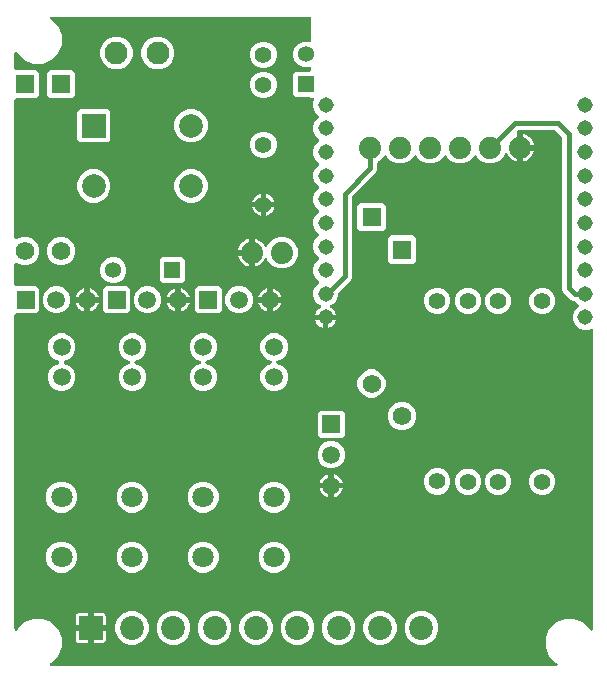
<source format=gbr>
G04 EAGLE Gerber RS-274X export*
G75*
%MOMM*%
%FSLAX34Y34*%
%LPD*%
%INTop Copper*%
%IPPOS*%
%AMOC8*
5,1,8,0,0,1.08239X$1,22.5*%
G01*
%ADD10R,2.010000X2.010000*%
%ADD11C,2.010000*%
%ADD12R,1.575000X1.575000*%
%ADD13C,1.575000*%
%ADD14C,1.950000*%
%ADD15R,2.025000X2.025000*%
%ADD16C,2.025000*%
%ADD17C,1.508000*%
%ADD18C,1.800000*%
%ADD19C,1.408000*%
%ADD20R,1.493000X1.493000*%
%ADD21C,1.493000*%
%ADD22C,1.308000*%
%ADD23R,1.358000X1.358000*%
%ADD24C,1.358000*%
%ADD25C,1.879600*%
%ADD26C,0.406400*%

G36*
X468902Y10169D02*
X468902Y10169D01*
X468972Y10168D01*
X469059Y10189D01*
X469148Y10201D01*
X469213Y10226D01*
X469281Y10243D01*
X469361Y10285D01*
X469444Y10318D01*
X469500Y10359D01*
X469562Y10391D01*
X469629Y10452D01*
X469701Y10504D01*
X469746Y10558D01*
X469798Y10605D01*
X469847Y10680D01*
X469904Y10749D01*
X469934Y10813D01*
X469972Y10871D01*
X470002Y10956D01*
X470040Y11037D01*
X470053Y11106D01*
X470076Y11172D01*
X470083Y11261D01*
X470100Y11349D01*
X470095Y11419D01*
X470101Y11489D01*
X470085Y11577D01*
X470080Y11667D01*
X470058Y11733D01*
X470046Y11802D01*
X470009Y11884D01*
X469982Y11969D01*
X469944Y12028D01*
X469916Y12092D01*
X469860Y12162D01*
X469812Y12238D01*
X469761Y12286D01*
X469717Y12340D01*
X469646Y12394D01*
X469580Y12456D01*
X469519Y12490D01*
X469463Y12532D01*
X469319Y12603D01*
X468580Y12909D01*
X462909Y18580D01*
X459839Y25990D01*
X459839Y34010D01*
X462909Y41420D01*
X468580Y47091D01*
X475990Y50161D01*
X484010Y50161D01*
X491420Y47091D01*
X497091Y41420D01*
X497397Y40681D01*
X497432Y40621D01*
X497458Y40556D01*
X497510Y40483D01*
X497555Y40405D01*
X497603Y40355D01*
X497644Y40299D01*
X497714Y40241D01*
X497776Y40177D01*
X497836Y40140D01*
X497889Y40096D01*
X497971Y40058D01*
X498047Y40011D01*
X498114Y39990D01*
X498177Y39960D01*
X498265Y39943D01*
X498351Y39917D01*
X498421Y39914D01*
X498490Y39900D01*
X498579Y39906D01*
X498669Y39902D01*
X498737Y39916D01*
X498807Y39920D01*
X498892Y39948D01*
X498980Y39966D01*
X499043Y39997D01*
X499109Y40018D01*
X499185Y40066D01*
X499266Y40106D01*
X499319Y40151D01*
X499378Y40188D01*
X499440Y40254D01*
X499508Y40312D01*
X499548Y40369D01*
X499596Y40420D01*
X499639Y40499D01*
X499691Y40572D01*
X499716Y40637D01*
X499750Y40699D01*
X499772Y40786D01*
X499804Y40869D01*
X499812Y40939D01*
X499829Y41006D01*
X499839Y41167D01*
X499839Y294361D01*
X499833Y294411D01*
X499835Y294460D01*
X499813Y294568D01*
X499799Y294677D01*
X499781Y294723D01*
X499771Y294772D01*
X499723Y294870D01*
X499682Y294972D01*
X499653Y295013D01*
X499631Y295057D01*
X499560Y295141D01*
X499496Y295230D01*
X499457Y295262D01*
X499425Y295299D01*
X499335Y295362D01*
X499251Y295433D01*
X499206Y295454D01*
X499165Y295482D01*
X499062Y295521D01*
X498963Y295568D01*
X498914Y295577D01*
X498868Y295595D01*
X498758Y295607D01*
X498651Y295628D01*
X498601Y295625D01*
X498552Y295630D01*
X498443Y295615D01*
X498333Y295608D01*
X498286Y295593D01*
X498237Y295586D01*
X498084Y295534D01*
X495649Y294525D01*
X491431Y294525D01*
X487533Y296140D01*
X484550Y299123D01*
X482935Y303021D01*
X482935Y307239D01*
X484550Y311137D01*
X487645Y314232D01*
X487718Y314327D01*
X487797Y314416D01*
X487815Y314452D01*
X487840Y314484D01*
X487887Y314593D01*
X487942Y314699D01*
X487950Y314738D01*
X487966Y314776D01*
X487985Y314893D01*
X488011Y315009D01*
X488010Y315050D01*
X488016Y315090D01*
X488005Y315208D01*
X488002Y315327D01*
X487990Y315366D01*
X487986Y315406D01*
X487946Y315519D01*
X487913Y315633D01*
X487893Y315667D01*
X487879Y315706D01*
X487812Y315804D01*
X487752Y315907D01*
X487712Y315952D01*
X487700Y315969D01*
X487685Y315982D01*
X487645Y316027D01*
X485011Y318662D01*
X484933Y318722D01*
X484861Y318790D01*
X484808Y318819D01*
X484760Y318856D01*
X484669Y318896D01*
X484582Y318944D01*
X484524Y318959D01*
X484468Y318983D01*
X484370Y318998D01*
X484274Y319023D01*
X484174Y319029D01*
X484154Y319033D01*
X484142Y319031D01*
X484114Y319033D01*
X483657Y319033D01*
X481416Y319961D01*
X474831Y326546D01*
X473903Y328787D01*
X473903Y456949D01*
X473891Y457047D01*
X473888Y457146D01*
X473881Y457169D01*
X473881Y457174D01*
X473871Y457204D01*
X473863Y457264D01*
X473827Y457357D01*
X473799Y457452D01*
X473769Y457504D01*
X473746Y457560D01*
X473688Y457640D01*
X473638Y457726D01*
X473572Y457801D01*
X473560Y457817D01*
X473550Y457825D01*
X473532Y457846D01*
X467846Y463532D01*
X467768Y463592D01*
X467696Y463660D01*
X467643Y463689D01*
X467595Y463726D01*
X467504Y463766D01*
X467418Y463814D01*
X467359Y463829D01*
X467303Y463853D01*
X467205Y463868D01*
X467110Y463893D01*
X467010Y463899D01*
X466989Y463903D01*
X466977Y463901D01*
X466949Y463903D01*
X437181Y463903D01*
X437083Y463891D01*
X436984Y463888D01*
X436926Y463871D01*
X436866Y463863D01*
X436773Y463827D01*
X436678Y463799D01*
X436626Y463769D01*
X436570Y463746D01*
X436490Y463688D01*
X436404Y463638D01*
X436329Y463572D01*
X436313Y463560D01*
X436305Y463550D01*
X436284Y463532D01*
X435609Y462857D01*
X435560Y462794D01*
X435504Y462738D01*
X435463Y462669D01*
X435414Y462606D01*
X435383Y462533D01*
X435342Y462464D01*
X435320Y462387D01*
X435288Y462314D01*
X435275Y462235D01*
X435253Y462159D01*
X435251Y462079D01*
X435238Y462000D01*
X435245Y461920D01*
X435243Y461841D01*
X435260Y461763D01*
X435268Y461683D01*
X435295Y461608D01*
X435312Y461530D01*
X435348Y461459D01*
X435375Y461384D01*
X435420Y461318D01*
X435456Y461247D01*
X435509Y461187D01*
X435554Y461121D01*
X435614Y461068D01*
X435666Y461008D01*
X435733Y460963D01*
X435792Y460910D01*
X435863Y460874D01*
X435881Y460862D01*
X435881Y450160D01*
X435896Y450042D01*
X435903Y449923D01*
X435916Y449885D01*
X435921Y449845D01*
X435964Y449734D01*
X436001Y449621D01*
X436023Y449587D01*
X436038Y449549D01*
X436108Y449453D01*
X436171Y449352D01*
X436201Y449324D01*
X436224Y449292D01*
X436316Y449216D01*
X436403Y449134D01*
X436438Y449115D01*
X436469Y449089D01*
X436577Y449038D01*
X436681Y448981D01*
X436721Y448970D01*
X436757Y448953D01*
X436874Y448931D01*
X436989Y448901D01*
X437050Y448897D01*
X437070Y448893D01*
X437090Y448895D01*
X437150Y448891D01*
X438421Y448891D01*
X438421Y448889D01*
X437150Y448889D01*
X437032Y448874D01*
X436913Y448867D01*
X436875Y448854D01*
X436834Y448849D01*
X436724Y448805D01*
X436611Y448769D01*
X436576Y448747D01*
X436539Y448732D01*
X436443Y448662D01*
X436342Y448599D01*
X436314Y448569D01*
X436281Y448545D01*
X436206Y448454D01*
X436124Y448367D01*
X436104Y448332D01*
X436079Y448300D01*
X436028Y448193D01*
X435970Y448088D01*
X435960Y448049D01*
X435943Y448013D01*
X435921Y447896D01*
X435891Y447781D01*
X435887Y447720D01*
X435883Y447700D01*
X435885Y447680D01*
X435881Y447620D01*
X435881Y437205D01*
X435624Y437245D01*
X433837Y437826D01*
X432163Y438679D01*
X430642Y439784D01*
X429314Y441112D01*
X428209Y442633D01*
X427689Y443653D01*
X427639Y443727D01*
X427597Y443807D01*
X427550Y443859D01*
X427510Y443917D01*
X427443Y443976D01*
X427383Y444042D01*
X427324Y444081D01*
X427272Y444127D01*
X427192Y444167D01*
X427117Y444217D01*
X427051Y444240D01*
X426988Y444271D01*
X426901Y444291D01*
X426816Y444320D01*
X426746Y444326D01*
X426678Y444341D01*
X426589Y444338D01*
X426499Y444345D01*
X426430Y444333D01*
X426360Y444331D01*
X426274Y444306D01*
X426186Y444291D01*
X426122Y444262D01*
X426055Y444242D01*
X425978Y444197D01*
X425896Y444160D01*
X425841Y444116D01*
X425781Y444081D01*
X425718Y444017D01*
X425648Y443962D01*
X425606Y443906D01*
X425556Y443856D01*
X425510Y443779D01*
X425456Y443708D01*
X425401Y443595D01*
X425394Y443582D01*
X425392Y443576D01*
X425385Y443563D01*
X424433Y441264D01*
X420646Y437477D01*
X415698Y435427D01*
X410342Y435427D01*
X405394Y437477D01*
X401607Y441264D01*
X401493Y441540D01*
X401424Y441661D01*
X401359Y441783D01*
X401345Y441798D01*
X401335Y441816D01*
X401238Y441916D01*
X401145Y442019D01*
X401128Y442030D01*
X401114Y442044D01*
X400996Y442117D01*
X400879Y442194D01*
X400860Y442200D01*
X400843Y442211D01*
X400710Y442252D01*
X400578Y442297D01*
X400558Y442298D01*
X400539Y442304D01*
X400400Y442311D01*
X400261Y442322D01*
X400241Y442318D01*
X400221Y442319D01*
X400085Y442291D01*
X399948Y442267D01*
X399929Y442259D01*
X399910Y442255D01*
X399784Y442194D01*
X399658Y442137D01*
X399642Y442124D01*
X399624Y442115D01*
X399518Y442025D01*
X399409Y441938D01*
X399397Y441922D01*
X399382Y441909D01*
X399301Y441795D01*
X399218Y441684D01*
X399206Y441659D01*
X399199Y441649D01*
X399192Y441630D01*
X399147Y441540D01*
X399033Y441264D01*
X395246Y437477D01*
X390298Y435427D01*
X384942Y435427D01*
X379994Y437477D01*
X376207Y441264D01*
X376093Y441540D01*
X376024Y441661D01*
X375959Y441783D01*
X375945Y441798D01*
X375935Y441816D01*
X375838Y441916D01*
X375745Y442019D01*
X375728Y442030D01*
X375714Y442044D01*
X375596Y442117D01*
X375479Y442194D01*
X375460Y442200D01*
X375443Y442211D01*
X375310Y442252D01*
X375178Y442297D01*
X375158Y442298D01*
X375139Y442304D01*
X375000Y442311D01*
X374861Y442322D01*
X374841Y442318D01*
X374821Y442319D01*
X374685Y442291D01*
X374548Y442267D01*
X374529Y442259D01*
X374510Y442255D01*
X374384Y442194D01*
X374258Y442137D01*
X374242Y442124D01*
X374224Y442115D01*
X374118Y442025D01*
X374009Y441938D01*
X373997Y441922D01*
X373982Y441909D01*
X373901Y441795D01*
X373818Y441684D01*
X373806Y441659D01*
X373799Y441649D01*
X373792Y441630D01*
X373747Y441540D01*
X373633Y441264D01*
X369846Y437477D01*
X364898Y435427D01*
X359542Y435427D01*
X354594Y437477D01*
X350807Y441264D01*
X350693Y441540D01*
X350624Y441661D01*
X350559Y441783D01*
X350545Y441798D01*
X350535Y441816D01*
X350438Y441916D01*
X350345Y442019D01*
X350328Y442030D01*
X350314Y442044D01*
X350196Y442117D01*
X350079Y442194D01*
X350060Y442200D01*
X350043Y442211D01*
X349910Y442252D01*
X349778Y442297D01*
X349758Y442298D01*
X349739Y442304D01*
X349600Y442311D01*
X349461Y442322D01*
X349441Y442318D01*
X349421Y442319D01*
X349285Y442291D01*
X349148Y442267D01*
X349129Y442259D01*
X349110Y442255D01*
X348984Y442194D01*
X348858Y442137D01*
X348842Y442124D01*
X348824Y442115D01*
X348718Y442025D01*
X348609Y441938D01*
X348597Y441922D01*
X348582Y441909D01*
X348501Y441795D01*
X348418Y441684D01*
X348406Y441659D01*
X348399Y441649D01*
X348392Y441630D01*
X348347Y441540D01*
X348233Y441264D01*
X344446Y437477D01*
X339498Y435427D01*
X334142Y435427D01*
X329194Y437477D01*
X325407Y441264D01*
X325293Y441540D01*
X325224Y441661D01*
X325159Y441783D01*
X325145Y441798D01*
X325135Y441816D01*
X325038Y441916D01*
X324945Y442019D01*
X324928Y442030D01*
X324914Y442044D01*
X324796Y442117D01*
X324679Y442194D01*
X324660Y442200D01*
X324643Y442211D01*
X324510Y442252D01*
X324378Y442297D01*
X324358Y442298D01*
X324339Y442304D01*
X324200Y442311D01*
X324061Y442322D01*
X324041Y442318D01*
X324021Y442319D01*
X323885Y442291D01*
X323748Y442267D01*
X323729Y442259D01*
X323710Y442255D01*
X323584Y442194D01*
X323458Y442137D01*
X323442Y442124D01*
X323424Y442115D01*
X323318Y442025D01*
X323209Y441938D01*
X323197Y441922D01*
X323182Y441909D01*
X323101Y441795D01*
X323018Y441684D01*
X323006Y441659D01*
X322999Y441649D01*
X322992Y441630D01*
X322947Y441540D01*
X322833Y441264D01*
X319046Y437477D01*
X318300Y437168D01*
X318275Y437153D01*
X318247Y437144D01*
X318137Y437075D01*
X318024Y437010D01*
X318003Y436990D01*
X317978Y436974D01*
X317889Y436879D01*
X317796Y436789D01*
X317780Y436764D01*
X317760Y436742D01*
X317697Y436629D01*
X317629Y436518D01*
X317621Y436490D01*
X317606Y436464D01*
X317574Y436338D01*
X317536Y436214D01*
X317534Y436185D01*
X317527Y436156D01*
X317517Y435995D01*
X317517Y430207D01*
X316589Y427966D01*
X296468Y407846D01*
X296408Y407768D01*
X296340Y407696D01*
X296311Y407643D01*
X296274Y407595D01*
X296234Y407504D01*
X296186Y407418D01*
X296171Y407359D01*
X296147Y407303D01*
X296132Y407205D01*
X296107Y407110D01*
X296101Y407010D01*
X296097Y406989D01*
X296099Y406977D01*
X296097Y406949D01*
X296097Y338787D01*
X295169Y336546D01*
X284516Y325894D01*
X284456Y325816D01*
X284388Y325744D01*
X284359Y325691D01*
X284322Y325643D01*
X284282Y325552D01*
X284234Y325466D01*
X284219Y325407D01*
X284195Y325351D01*
X284180Y325253D01*
X284155Y325158D01*
X284149Y325058D01*
X284145Y325037D01*
X284147Y325025D01*
X284145Y324997D01*
X284145Y323021D01*
X282530Y319123D01*
X279547Y316140D01*
X277892Y315454D01*
X277814Y315410D01*
X277732Y315374D01*
X277676Y315331D01*
X277615Y315296D01*
X277551Y315234D01*
X277480Y315179D01*
X277437Y315124D01*
X277387Y315075D01*
X277340Y314999D01*
X277285Y314928D01*
X277257Y314864D01*
X277221Y314804D01*
X277194Y314719D01*
X277159Y314636D01*
X277148Y314567D01*
X277127Y314500D01*
X277123Y314411D01*
X277109Y314322D01*
X277115Y314252D01*
X277112Y314182D01*
X277130Y314095D01*
X277138Y314006D01*
X277162Y313940D01*
X277176Y313871D01*
X277216Y313790D01*
X277246Y313706D01*
X277285Y313648D01*
X277316Y313585D01*
X277374Y313517D01*
X277424Y313443D01*
X277477Y313397D01*
X277522Y313343D01*
X277596Y313292D01*
X277663Y313232D01*
X277770Y313169D01*
X277782Y313160D01*
X277789Y313158D01*
X277801Y313150D01*
X278299Y312897D01*
X279456Y312056D01*
X280466Y311046D01*
X281307Y309889D01*
X281955Y308616D01*
X282397Y307256D01*
X282417Y307129D01*
X274270Y307129D01*
X274152Y307114D01*
X274033Y307107D01*
X273995Y307094D01*
X273955Y307089D01*
X273844Y307046D01*
X273731Y307009D01*
X273697Y306987D01*
X273659Y306972D01*
X273563Y306903D01*
X273546Y306892D01*
X273522Y306906D01*
X273490Y306931D01*
X273383Y306982D01*
X273278Y307040D01*
X273239Y307050D01*
X273203Y307067D01*
X273086Y307089D01*
X272970Y307119D01*
X272910Y307123D01*
X272890Y307127D01*
X272870Y307125D01*
X272810Y307129D01*
X264663Y307129D01*
X264683Y307256D01*
X265125Y308616D01*
X265773Y309889D01*
X266614Y311046D01*
X267624Y312056D01*
X268781Y312897D01*
X269279Y313150D01*
X269353Y313201D01*
X269432Y313243D01*
X269484Y313290D01*
X269542Y313329D01*
X269601Y313396D01*
X269667Y313457D01*
X269706Y313515D01*
X269752Y313568D01*
X269793Y313647D01*
X269842Y313722D01*
X269865Y313789D01*
X269897Y313851D01*
X269916Y313938D01*
X269945Y314023D01*
X269951Y314093D01*
X269966Y314161D01*
X269964Y314251D01*
X269971Y314340D01*
X269959Y314409D01*
X269956Y314479D01*
X269932Y314565D01*
X269916Y314653D01*
X269887Y314717D01*
X269868Y314785D01*
X269822Y314862D01*
X269786Y314943D01*
X269742Y314998D01*
X269706Y315059D01*
X269643Y315122D01*
X269587Y315192D01*
X269531Y315234D01*
X269482Y315284D01*
X269405Y315329D01*
X269333Y315383D01*
X269221Y315438D01*
X269208Y315446D01*
X269201Y315448D01*
X269188Y315454D01*
X267533Y316140D01*
X264550Y319123D01*
X262935Y323021D01*
X262935Y327239D01*
X264550Y331137D01*
X267645Y334233D01*
X267718Y334327D01*
X267797Y334416D01*
X267815Y334452D01*
X267840Y334484D01*
X267887Y334593D01*
X267942Y334699D01*
X267950Y334738D01*
X267966Y334776D01*
X267985Y334893D01*
X268011Y335009D01*
X268010Y335050D01*
X268016Y335090D01*
X268005Y335208D01*
X268002Y335327D01*
X267990Y335366D01*
X267986Y335406D01*
X267946Y335519D01*
X267913Y335633D01*
X267893Y335668D01*
X267879Y335706D01*
X267812Y335804D01*
X267752Y335907D01*
X267712Y335952D01*
X267700Y335969D01*
X267685Y335982D01*
X267645Y336028D01*
X264550Y339123D01*
X262935Y343021D01*
X262935Y347239D01*
X264550Y351137D01*
X267645Y354233D01*
X267718Y354327D01*
X267797Y354416D01*
X267815Y354452D01*
X267840Y354484D01*
X267887Y354593D01*
X267942Y354699D01*
X267950Y354738D01*
X267966Y354776D01*
X267985Y354893D01*
X268011Y355009D01*
X268010Y355050D01*
X268016Y355090D01*
X268005Y355208D01*
X268002Y355327D01*
X267990Y355366D01*
X267986Y355406D01*
X267946Y355519D01*
X267913Y355633D01*
X267893Y355668D01*
X267879Y355706D01*
X267812Y355804D01*
X267752Y355907D01*
X267712Y355952D01*
X267700Y355969D01*
X267685Y355982D01*
X267645Y356028D01*
X264550Y359123D01*
X262935Y363021D01*
X262935Y367239D01*
X264550Y371137D01*
X267645Y374233D01*
X267718Y374327D01*
X267797Y374416D01*
X267815Y374452D01*
X267840Y374484D01*
X267887Y374593D01*
X267942Y374699D01*
X267950Y374738D01*
X267966Y374776D01*
X267985Y374893D01*
X268011Y375009D01*
X268010Y375050D01*
X268016Y375090D01*
X268005Y375208D01*
X268002Y375327D01*
X267990Y375366D01*
X267986Y375406D01*
X267946Y375519D01*
X267913Y375633D01*
X267893Y375668D01*
X267879Y375706D01*
X267812Y375804D01*
X267752Y375907D01*
X267712Y375952D01*
X267700Y375969D01*
X267685Y375982D01*
X267645Y376028D01*
X264550Y379123D01*
X262935Y383021D01*
X262935Y387239D01*
X264550Y391137D01*
X267645Y394233D01*
X267718Y394327D01*
X267797Y394416D01*
X267815Y394452D01*
X267840Y394484D01*
X267887Y394593D01*
X267942Y394699D01*
X267950Y394738D01*
X267966Y394776D01*
X267985Y394893D01*
X268011Y395009D01*
X268010Y395050D01*
X268016Y395090D01*
X268005Y395208D01*
X268002Y395327D01*
X267990Y395366D01*
X267986Y395406D01*
X267946Y395519D01*
X267913Y395633D01*
X267893Y395668D01*
X267879Y395706D01*
X267812Y395804D01*
X267752Y395907D01*
X267712Y395952D01*
X267700Y395969D01*
X267685Y395982D01*
X267645Y396028D01*
X264550Y399123D01*
X262935Y403021D01*
X262935Y407239D01*
X264550Y411137D01*
X267645Y414233D01*
X267718Y414327D01*
X267797Y414416D01*
X267815Y414452D01*
X267840Y414484D01*
X267887Y414593D01*
X267942Y414699D01*
X267950Y414738D01*
X267966Y414776D01*
X267985Y414893D01*
X268011Y415009D01*
X268010Y415050D01*
X268016Y415090D01*
X268005Y415208D01*
X268002Y415327D01*
X267990Y415366D01*
X267986Y415406D01*
X267946Y415519D01*
X267913Y415633D01*
X267893Y415668D01*
X267879Y415706D01*
X267812Y415804D01*
X267752Y415907D01*
X267712Y415952D01*
X267700Y415969D01*
X267685Y415982D01*
X267645Y416028D01*
X264550Y419123D01*
X262935Y423021D01*
X262935Y427239D01*
X264550Y431137D01*
X267645Y434233D01*
X267718Y434327D01*
X267797Y434416D01*
X267815Y434452D01*
X267840Y434484D01*
X267887Y434593D01*
X267942Y434699D01*
X267950Y434738D01*
X267966Y434776D01*
X267985Y434893D01*
X268011Y435009D01*
X268010Y435050D01*
X268016Y435090D01*
X268005Y435208D01*
X268002Y435327D01*
X267990Y435366D01*
X267986Y435406D01*
X267946Y435519D01*
X267913Y435633D01*
X267893Y435668D01*
X267879Y435706D01*
X267812Y435804D01*
X267752Y435907D01*
X267712Y435952D01*
X267700Y435969D01*
X267685Y435982D01*
X267645Y436028D01*
X264550Y439123D01*
X262935Y443021D01*
X262935Y447239D01*
X264550Y451137D01*
X267645Y454233D01*
X267718Y454327D01*
X267797Y454416D01*
X267815Y454452D01*
X267840Y454484D01*
X267887Y454593D01*
X267942Y454699D01*
X267950Y454738D01*
X267966Y454776D01*
X267985Y454893D01*
X268011Y455009D01*
X268010Y455050D01*
X268016Y455090D01*
X268005Y455208D01*
X268002Y455327D01*
X267990Y455366D01*
X267986Y455406D01*
X267946Y455519D01*
X267913Y455633D01*
X267893Y455667D01*
X267879Y455706D01*
X267812Y455804D01*
X267752Y455907D01*
X267712Y455952D01*
X267700Y455969D01*
X267685Y455982D01*
X267645Y456028D01*
X264550Y459123D01*
X262935Y463021D01*
X262935Y467239D01*
X264550Y471137D01*
X267645Y474233D01*
X267718Y474327D01*
X267797Y474416D01*
X267815Y474452D01*
X267840Y474484D01*
X267887Y474593D01*
X267942Y474699D01*
X267950Y474738D01*
X267966Y474776D01*
X267985Y474893D01*
X268011Y475009D01*
X268010Y475050D01*
X268016Y475090D01*
X268005Y475208D01*
X268002Y475327D01*
X267990Y475366D01*
X267986Y475406D01*
X267946Y475519D01*
X267913Y475633D01*
X267893Y475668D01*
X267879Y475706D01*
X267812Y475804D01*
X267752Y475907D01*
X267712Y475952D01*
X267700Y475969D01*
X267685Y475982D01*
X267645Y476028D01*
X264550Y479123D01*
X262935Y483021D01*
X262935Y487239D01*
X263878Y489514D01*
X263886Y489544D01*
X263886Y489545D01*
X263891Y489562D01*
X263912Y489607D01*
X263932Y489715D01*
X263961Y489821D01*
X263962Y489871D01*
X263972Y489920D01*
X263965Y490029D01*
X263967Y490139D01*
X263955Y490187D01*
X263952Y490237D01*
X263918Y490341D01*
X263892Y490448D01*
X263869Y490492D01*
X263854Y490539D01*
X263795Y490632D01*
X263744Y490729D01*
X263710Y490766D01*
X263684Y490808D01*
X263604Y490883D01*
X263530Y490965D01*
X263488Y490992D01*
X263452Y491026D01*
X263356Y491079D01*
X263264Y491139D01*
X263217Y491156D01*
X263174Y491180D01*
X263067Y491207D01*
X262963Y491243D01*
X262914Y491247D01*
X262866Y491259D01*
X262705Y491269D01*
X260677Y491269D01*
X260573Y491318D01*
X260469Y491376D01*
X260429Y491386D01*
X260393Y491403D01*
X260276Y491425D01*
X260161Y491455D01*
X260101Y491459D01*
X260081Y491463D01*
X260060Y491461D01*
X260000Y491465D01*
X248526Y491465D01*
X246145Y493846D01*
X246145Y510794D01*
X248526Y513175D01*
X260000Y513175D01*
X260118Y513190D01*
X260237Y513197D01*
X260275Y513210D01*
X260316Y513215D01*
X260426Y513258D01*
X260539Y513295D01*
X260574Y513317D01*
X260611Y513332D01*
X260707Y513401D01*
X260808Y513465D01*
X260836Y513495D01*
X260869Y513518D01*
X260945Y513610D01*
X261026Y513697D01*
X261046Y513732D01*
X261071Y513763D01*
X261122Y513871D01*
X261180Y513975D01*
X261190Y514015D01*
X261207Y514051D01*
X261229Y514168D01*
X261259Y514283D01*
X261263Y514343D01*
X261267Y514363D01*
X261265Y514384D01*
X261269Y514444D01*
X261269Y515840D01*
X261263Y515889D01*
X261265Y515939D01*
X261243Y516046D01*
X261229Y516155D01*
X261211Y516201D01*
X261201Y516250D01*
X261153Y516349D01*
X261112Y516451D01*
X261083Y516491D01*
X261061Y516536D01*
X260990Y516619D01*
X260926Y516708D01*
X260887Y516740D01*
X260855Y516778D01*
X260765Y516841D01*
X260681Y516911D01*
X260636Y516932D01*
X260595Y516961D01*
X260492Y517000D01*
X260393Y517047D01*
X260344Y517056D01*
X260298Y517074D01*
X260188Y517086D01*
X260081Y517106D01*
X260031Y517103D01*
X259982Y517109D01*
X259873Y517093D01*
X259763Y517087D01*
X259716Y517071D01*
X259667Y517064D01*
X259514Y517012D01*
X259159Y516865D01*
X254841Y516865D01*
X250851Y518518D01*
X247798Y521571D01*
X246145Y525561D01*
X246145Y529879D01*
X247798Y533869D01*
X250851Y536922D01*
X254841Y538575D01*
X259159Y538575D01*
X259514Y538428D01*
X259562Y538415D01*
X259607Y538393D01*
X259715Y538373D01*
X259821Y538344D01*
X259871Y538343D01*
X259919Y538334D01*
X260029Y538340D01*
X260139Y538339D01*
X260187Y538350D01*
X260237Y538353D01*
X260341Y538387D01*
X260448Y538413D01*
X260492Y538436D01*
X260539Y538451D01*
X260632Y538510D01*
X260729Y538562D01*
X260766Y538595D01*
X260808Y538622D01*
X260883Y538702D01*
X260965Y538775D01*
X260992Y538817D01*
X261026Y538853D01*
X261079Y538949D01*
X261139Y539041D01*
X261156Y539088D01*
X261180Y539132D01*
X261207Y539238D01*
X261243Y539342D01*
X261247Y539392D01*
X261259Y539440D01*
X261269Y539600D01*
X261269Y558570D01*
X261254Y558688D01*
X261247Y558807D01*
X261234Y558845D01*
X261229Y558886D01*
X261186Y558996D01*
X261149Y559109D01*
X261127Y559144D01*
X261112Y559181D01*
X261042Y559277D01*
X260979Y559378D01*
X260949Y559406D01*
X260926Y559439D01*
X260834Y559515D01*
X260747Y559596D01*
X260712Y559616D01*
X260681Y559641D01*
X260573Y559692D01*
X260469Y559750D01*
X260429Y559760D01*
X260393Y559777D01*
X260276Y559799D01*
X260161Y559829D01*
X260100Y559833D01*
X260080Y559837D01*
X260060Y559835D01*
X260000Y559839D01*
X41167Y559839D01*
X41098Y559831D01*
X41028Y559832D01*
X40941Y559811D01*
X40852Y559799D01*
X40787Y559774D01*
X40719Y559757D01*
X40639Y559715D01*
X40556Y559682D01*
X40499Y559641D01*
X40438Y559609D01*
X40371Y559548D01*
X40299Y559496D01*
X40254Y559442D01*
X40202Y559395D01*
X40153Y559320D01*
X40096Y559251D01*
X40066Y559187D01*
X40028Y559129D01*
X39999Y559044D01*
X39960Y558963D01*
X39947Y558894D01*
X39924Y558828D01*
X39917Y558739D01*
X39900Y558651D01*
X39905Y558581D01*
X39899Y558511D01*
X39915Y558423D01*
X39920Y558333D01*
X39942Y558267D01*
X39954Y558198D01*
X39991Y558116D01*
X40018Y558031D01*
X40056Y557972D01*
X40084Y557908D01*
X40140Y557838D01*
X40188Y557762D01*
X40239Y557714D01*
X40283Y557660D01*
X40355Y557606D01*
X40420Y557544D01*
X40481Y557510D01*
X40537Y557468D01*
X40681Y557397D01*
X41420Y557091D01*
X47091Y551420D01*
X50161Y544010D01*
X50161Y535990D01*
X47091Y528580D01*
X41420Y522909D01*
X34010Y519839D01*
X25990Y519839D01*
X18580Y522909D01*
X12909Y528580D01*
X12603Y529319D01*
X12568Y529379D01*
X12542Y529444D01*
X12490Y529517D01*
X12445Y529595D01*
X12397Y529645D01*
X12356Y529701D01*
X12286Y529759D01*
X12224Y529823D01*
X12164Y529860D01*
X12111Y529904D01*
X12029Y529942D01*
X11953Y529989D01*
X11886Y530010D01*
X11823Y530040D01*
X11735Y530057D01*
X11649Y530083D01*
X11579Y530086D01*
X11510Y530100D01*
X11421Y530094D01*
X11331Y530098D01*
X11263Y530084D01*
X11193Y530080D01*
X11108Y530052D01*
X11020Y530034D01*
X10957Y530003D01*
X10891Y529982D01*
X10815Y529934D01*
X10734Y529894D01*
X10681Y529849D01*
X10622Y529812D01*
X10560Y529746D01*
X10492Y529688D01*
X10452Y529631D01*
X10404Y529580D01*
X10360Y529501D01*
X10309Y529428D01*
X10284Y529363D01*
X10250Y529301D01*
X10228Y529214D01*
X10196Y529130D01*
X10188Y529061D01*
X10171Y528994D01*
X10161Y528833D01*
X10161Y515609D01*
X10176Y515491D01*
X10183Y515372D01*
X10196Y515334D01*
X10201Y515293D01*
X10244Y515183D01*
X10281Y515070D01*
X10303Y515035D01*
X10318Y514998D01*
X10387Y514902D01*
X10451Y514801D01*
X10481Y514773D01*
X10504Y514740D01*
X10596Y514664D01*
X10683Y514583D01*
X10718Y514563D01*
X10749Y514538D01*
X10857Y514487D01*
X10961Y514429D01*
X11001Y514419D01*
X11037Y514402D01*
X11154Y514380D01*
X11269Y514350D01*
X11329Y514346D01*
X11349Y514342D01*
X11370Y514344D01*
X11430Y514340D01*
X28389Y514340D01*
X30770Y511959D01*
X30770Y492841D01*
X28389Y490460D01*
X11430Y490460D01*
X11312Y490445D01*
X11193Y490438D01*
X11155Y490425D01*
X11114Y490420D01*
X11004Y490377D01*
X10891Y490340D01*
X10856Y490318D01*
X10819Y490303D01*
X10723Y490234D01*
X10622Y490170D01*
X10594Y490140D01*
X10561Y490117D01*
X10485Y490025D01*
X10404Y489938D01*
X10384Y489903D01*
X10359Y489872D01*
X10308Y489764D01*
X10250Y489660D01*
X10240Y489620D01*
X10223Y489584D01*
X10201Y489467D01*
X10171Y489352D01*
X10167Y489292D01*
X10163Y489272D01*
X10165Y489251D01*
X10161Y489191D01*
X10161Y372632D01*
X10167Y372583D01*
X10165Y372533D01*
X10187Y372426D01*
X10201Y372317D01*
X10219Y372270D01*
X10229Y372222D01*
X10277Y372123D01*
X10318Y372021D01*
X10347Y371981D01*
X10369Y371936D01*
X10440Y371852D01*
X10504Y371764D01*
X10543Y371732D01*
X10575Y371694D01*
X10665Y371631D01*
X10749Y371561D01*
X10794Y371540D01*
X10835Y371511D01*
X10938Y371472D01*
X11037Y371425D01*
X11086Y371416D01*
X11132Y371398D01*
X11242Y371386D01*
X11349Y371365D01*
X11399Y371369D01*
X11448Y371363D01*
X11557Y371378D01*
X11667Y371385D01*
X11714Y371400D01*
X11763Y371407D01*
X11916Y371459D01*
X16455Y373340D01*
X21205Y373340D01*
X25593Y371522D01*
X28952Y368163D01*
X30770Y363775D01*
X30770Y359025D01*
X28952Y354637D01*
X25593Y351278D01*
X21205Y349460D01*
X16455Y349460D01*
X11916Y351341D01*
X11868Y351354D01*
X11823Y351375D01*
X11715Y351395D01*
X11609Y351424D01*
X11559Y351425D01*
X11510Y351435D01*
X11401Y351428D01*
X11291Y351430D01*
X11243Y351418D01*
X11193Y351415D01*
X11089Y351381D01*
X10982Y351355D01*
X10938Y351332D01*
X10891Y351317D01*
X10798Y351258D01*
X10701Y351207D01*
X10664Y351173D01*
X10622Y351147D01*
X10547Y351067D01*
X10465Y350993D01*
X10438Y350951D01*
X10404Y350915D01*
X10351Y350819D01*
X10291Y350727D01*
X10274Y350680D01*
X10250Y350637D01*
X10223Y350530D01*
X10187Y350426D01*
X10183Y350377D01*
X10171Y350329D01*
X10161Y350168D01*
X10161Y332799D01*
X10176Y332681D01*
X10183Y332562D01*
X10196Y332524D01*
X10201Y332483D01*
X10244Y332373D01*
X10281Y332260D01*
X10303Y332225D01*
X10318Y332188D01*
X10387Y332092D01*
X10451Y331991D01*
X10481Y331963D01*
X10504Y331930D01*
X10596Y331854D01*
X10683Y331773D01*
X10718Y331753D01*
X10749Y331728D01*
X10857Y331677D01*
X10961Y331619D01*
X11001Y331609D01*
X11037Y331592D01*
X11154Y331570D01*
X11269Y331540D01*
X11329Y331536D01*
X11349Y331532D01*
X11370Y331534D01*
X11430Y331530D01*
X28729Y331530D01*
X31110Y329149D01*
X31110Y310851D01*
X28729Y308470D01*
X11430Y308470D01*
X11312Y308455D01*
X11193Y308448D01*
X11155Y308435D01*
X11114Y308430D01*
X11004Y308387D01*
X10891Y308350D01*
X10856Y308328D01*
X10819Y308313D01*
X10723Y308244D01*
X10622Y308180D01*
X10594Y308150D01*
X10561Y308127D01*
X10485Y308035D01*
X10404Y307948D01*
X10384Y307913D01*
X10359Y307882D01*
X10308Y307774D01*
X10250Y307670D01*
X10240Y307630D01*
X10223Y307594D01*
X10201Y307477D01*
X10171Y307362D01*
X10167Y307302D01*
X10163Y307282D01*
X10165Y307261D01*
X10164Y307248D01*
X10163Y307246D01*
X10163Y307243D01*
X10161Y307201D01*
X10161Y41167D01*
X10169Y41098D01*
X10168Y41028D01*
X10189Y40941D01*
X10201Y40852D01*
X10226Y40787D01*
X10243Y40719D01*
X10285Y40639D01*
X10318Y40556D01*
X10359Y40499D01*
X10391Y40438D01*
X10452Y40371D01*
X10504Y40299D01*
X10558Y40254D01*
X10605Y40202D01*
X10680Y40153D01*
X10749Y40096D01*
X10813Y40066D01*
X10871Y40028D01*
X10956Y39999D01*
X11037Y39960D01*
X11106Y39947D01*
X11172Y39924D01*
X11261Y39917D01*
X11349Y39900D01*
X11419Y39905D01*
X11489Y39899D01*
X11577Y39915D01*
X11667Y39920D01*
X11733Y39942D01*
X11802Y39954D01*
X11884Y39991D01*
X11969Y40018D01*
X12028Y40056D01*
X12092Y40084D01*
X12162Y40140D01*
X12238Y40188D01*
X12286Y40239D01*
X12340Y40283D01*
X12394Y40355D01*
X12456Y40420D01*
X12490Y40481D01*
X12532Y40537D01*
X12603Y40681D01*
X12909Y41420D01*
X18580Y47091D01*
X25990Y50161D01*
X34010Y50161D01*
X41420Y47091D01*
X47091Y41420D01*
X50161Y34010D01*
X50161Y25990D01*
X47091Y18580D01*
X41420Y12909D01*
X40681Y12603D01*
X40621Y12568D01*
X40556Y12542D01*
X40483Y12490D01*
X40405Y12445D01*
X40355Y12397D01*
X40299Y12356D01*
X40241Y12286D01*
X40177Y12224D01*
X40140Y12164D01*
X40096Y12111D01*
X40058Y12029D01*
X40011Y11953D01*
X39990Y11886D01*
X39960Y11823D01*
X39943Y11735D01*
X39917Y11649D01*
X39914Y11579D01*
X39900Y11510D01*
X39906Y11421D01*
X39902Y11331D01*
X39916Y11263D01*
X39920Y11193D01*
X39948Y11108D01*
X39966Y11020D01*
X39997Y10957D01*
X40018Y10891D01*
X40066Y10815D01*
X40106Y10734D01*
X40151Y10681D01*
X40188Y10622D01*
X40254Y10560D01*
X40312Y10492D01*
X40369Y10452D01*
X40420Y10404D01*
X40499Y10361D01*
X40572Y10309D01*
X40637Y10284D01*
X40699Y10250D01*
X40786Y10228D01*
X40869Y10196D01*
X40939Y10188D01*
X41006Y10171D01*
X41167Y10161D01*
X468833Y10161D01*
X468902Y10169D01*
G37*
%LPC*%
G36*
X47692Y242875D02*
X47692Y242875D01*
X43426Y244642D01*
X40162Y247906D01*
X38395Y252172D01*
X38395Y256788D01*
X40162Y261054D01*
X43426Y264318D01*
X47505Y266007D01*
X47626Y266076D01*
X47749Y266141D01*
X47764Y266155D01*
X47781Y266165D01*
X47881Y266262D01*
X47984Y266355D01*
X47995Y266372D01*
X48010Y266386D01*
X48082Y266505D01*
X48159Y266621D01*
X48165Y266640D01*
X48176Y266657D01*
X48217Y266790D01*
X48262Y266922D01*
X48263Y266942D01*
X48269Y266961D01*
X48276Y267100D01*
X48287Y267239D01*
X48284Y267259D01*
X48285Y267279D01*
X48257Y267415D01*
X48233Y267552D01*
X48224Y267571D01*
X48220Y267590D01*
X48159Y267716D01*
X48102Y267842D01*
X48089Y267858D01*
X48081Y267876D01*
X47990Y267982D01*
X47904Y268090D01*
X47887Y268103D01*
X47874Y268118D01*
X47760Y268198D01*
X47649Y268282D01*
X47624Y268294D01*
X47614Y268301D01*
X47595Y268308D01*
X47505Y268353D01*
X43426Y270042D01*
X40162Y273306D01*
X38395Y277572D01*
X38395Y282188D01*
X40162Y286454D01*
X43426Y289718D01*
X47692Y291485D01*
X52308Y291485D01*
X56574Y289718D01*
X59838Y286454D01*
X61605Y282188D01*
X61605Y277572D01*
X59838Y273306D01*
X56574Y270042D01*
X52495Y268353D01*
X52375Y268284D01*
X52251Y268219D01*
X52236Y268205D01*
X52219Y268195D01*
X52119Y268098D01*
X52016Y268005D01*
X52005Y267988D01*
X51990Y267974D01*
X51918Y267856D01*
X51841Y267739D01*
X51835Y267720D01*
X51824Y267703D01*
X51783Y267570D01*
X51738Y267438D01*
X51737Y267418D01*
X51731Y267399D01*
X51724Y267260D01*
X51713Y267121D01*
X51716Y267101D01*
X51715Y267081D01*
X51743Y266945D01*
X51767Y266808D01*
X51776Y266790D01*
X51780Y266770D01*
X51841Y266644D01*
X51898Y266518D01*
X51911Y266502D01*
X51919Y266484D01*
X52010Y266378D01*
X52096Y266270D01*
X52113Y266257D01*
X52126Y266242D01*
X52240Y266162D01*
X52351Y266078D01*
X52376Y266066D01*
X52386Y266059D01*
X52405Y266052D01*
X52495Y266007D01*
X56574Y264318D01*
X59838Y261054D01*
X61605Y256788D01*
X61605Y252172D01*
X59838Y247906D01*
X56574Y244642D01*
X52308Y242875D01*
X47692Y242875D01*
G37*
%LPD*%
%LPC*%
G36*
X167692Y242875D02*
X167692Y242875D01*
X163426Y244642D01*
X160162Y247906D01*
X158395Y252172D01*
X158395Y256788D01*
X160162Y261054D01*
X163426Y264318D01*
X167505Y266007D01*
X167626Y266076D01*
X167749Y266141D01*
X167764Y266155D01*
X167781Y266165D01*
X167881Y266262D01*
X167984Y266355D01*
X167995Y266372D01*
X168010Y266386D01*
X168083Y266505D01*
X168159Y266621D01*
X168165Y266640D01*
X168176Y266657D01*
X168217Y266790D01*
X168262Y266922D01*
X168263Y266942D01*
X168269Y266961D01*
X168276Y267100D01*
X168287Y267239D01*
X168284Y267259D01*
X168285Y267279D01*
X168256Y267415D01*
X168233Y267552D01*
X168224Y267571D01*
X168220Y267590D01*
X168159Y267716D01*
X168102Y267842D01*
X168090Y267858D01*
X168081Y267876D01*
X167990Y267982D01*
X167904Y268090D01*
X167887Y268103D01*
X167874Y268118D01*
X167760Y268198D01*
X167649Y268282D01*
X167624Y268294D01*
X167614Y268301D01*
X167595Y268308D01*
X167505Y268353D01*
X163426Y270042D01*
X160162Y273306D01*
X158395Y277572D01*
X158395Y282188D01*
X160162Y286454D01*
X163426Y289718D01*
X167692Y291485D01*
X172308Y291485D01*
X176574Y289718D01*
X179838Y286454D01*
X181605Y282188D01*
X181605Y277572D01*
X179838Y273306D01*
X176574Y270042D01*
X172495Y268353D01*
X172375Y268284D01*
X172251Y268219D01*
X172236Y268205D01*
X172219Y268195D01*
X172119Y268098D01*
X172016Y268005D01*
X172005Y267988D01*
X171990Y267974D01*
X171918Y267856D01*
X171841Y267739D01*
X171835Y267720D01*
X171824Y267703D01*
X171783Y267570D01*
X171738Y267438D01*
X171736Y267418D01*
X171731Y267399D01*
X171724Y267260D01*
X171713Y267121D01*
X171716Y267101D01*
X171715Y267081D01*
X171744Y266945D01*
X171767Y266808D01*
X171776Y266789D01*
X171780Y266770D01*
X171841Y266645D01*
X171898Y266518D01*
X171910Y266502D01*
X171919Y266484D01*
X172010Y266378D01*
X172096Y266270D01*
X172113Y266257D01*
X172126Y266242D01*
X172239Y266162D01*
X172351Y266078D01*
X172376Y266066D01*
X172386Y266059D01*
X172405Y266052D01*
X172495Y266007D01*
X176574Y264318D01*
X179838Y261054D01*
X181605Y256788D01*
X181605Y252172D01*
X179838Y247906D01*
X176574Y244642D01*
X172308Y242875D01*
X167692Y242875D01*
G37*
%LPD*%
%LPC*%
G36*
X107692Y242875D02*
X107692Y242875D01*
X103426Y244642D01*
X100162Y247906D01*
X98395Y252172D01*
X98395Y256788D01*
X100162Y261054D01*
X103426Y264318D01*
X107505Y266007D01*
X107626Y266076D01*
X107749Y266141D01*
X107764Y266155D01*
X107781Y266165D01*
X107881Y266262D01*
X107984Y266355D01*
X107995Y266372D01*
X108010Y266386D01*
X108083Y266505D01*
X108159Y266621D01*
X108165Y266640D01*
X108176Y266657D01*
X108217Y266790D01*
X108262Y266922D01*
X108263Y266942D01*
X108269Y266961D01*
X108276Y267100D01*
X108287Y267239D01*
X108284Y267259D01*
X108285Y267279D01*
X108256Y267415D01*
X108233Y267552D01*
X108224Y267571D01*
X108220Y267590D01*
X108159Y267716D01*
X108102Y267842D01*
X108090Y267858D01*
X108081Y267876D01*
X107990Y267982D01*
X107904Y268090D01*
X107887Y268103D01*
X107874Y268118D01*
X107760Y268198D01*
X107649Y268282D01*
X107624Y268294D01*
X107614Y268301D01*
X107595Y268308D01*
X107505Y268353D01*
X103426Y270042D01*
X100162Y273306D01*
X98395Y277572D01*
X98395Y282188D01*
X100162Y286454D01*
X103426Y289718D01*
X107692Y291485D01*
X112308Y291485D01*
X116574Y289718D01*
X119838Y286454D01*
X121605Y282188D01*
X121605Y277572D01*
X119838Y273306D01*
X116574Y270042D01*
X112495Y268353D01*
X112375Y268284D01*
X112251Y268219D01*
X112236Y268205D01*
X112219Y268195D01*
X112119Y268098D01*
X112016Y268005D01*
X112005Y267988D01*
X111990Y267974D01*
X111918Y267856D01*
X111841Y267739D01*
X111835Y267720D01*
X111824Y267703D01*
X111783Y267570D01*
X111738Y267438D01*
X111736Y267418D01*
X111731Y267399D01*
X111724Y267260D01*
X111713Y267121D01*
X111716Y267101D01*
X111715Y267081D01*
X111744Y266945D01*
X111767Y266808D01*
X111776Y266789D01*
X111780Y266770D01*
X111841Y266645D01*
X111898Y266518D01*
X111910Y266502D01*
X111919Y266484D01*
X112010Y266378D01*
X112096Y266270D01*
X112113Y266257D01*
X112126Y266242D01*
X112239Y266162D01*
X112351Y266078D01*
X112376Y266066D01*
X112386Y266059D01*
X112405Y266052D01*
X112495Y266007D01*
X116574Y264318D01*
X119838Y261054D01*
X121605Y256788D01*
X121605Y252172D01*
X119838Y247906D01*
X116574Y244642D01*
X112308Y242875D01*
X107692Y242875D01*
G37*
%LPD*%
%LPC*%
G36*
X227692Y242875D02*
X227692Y242875D01*
X223426Y244642D01*
X220162Y247906D01*
X218395Y252172D01*
X218395Y256788D01*
X220162Y261054D01*
X223426Y264318D01*
X227505Y266007D01*
X227626Y266076D01*
X227749Y266141D01*
X227764Y266155D01*
X227781Y266165D01*
X227881Y266262D01*
X227984Y266355D01*
X227995Y266372D01*
X228010Y266386D01*
X228083Y266505D01*
X228159Y266621D01*
X228165Y266640D01*
X228176Y266657D01*
X228217Y266790D01*
X228262Y266922D01*
X228263Y266942D01*
X228269Y266961D01*
X228276Y267100D01*
X228287Y267239D01*
X228284Y267259D01*
X228285Y267279D01*
X228256Y267415D01*
X228233Y267552D01*
X228224Y267571D01*
X228220Y267590D01*
X228159Y267716D01*
X228102Y267842D01*
X228090Y267858D01*
X228081Y267876D01*
X227990Y267982D01*
X227904Y268090D01*
X227887Y268103D01*
X227874Y268118D01*
X227760Y268198D01*
X227649Y268282D01*
X227624Y268294D01*
X227614Y268301D01*
X227595Y268308D01*
X227505Y268353D01*
X223426Y270042D01*
X220162Y273306D01*
X218395Y277572D01*
X218395Y282188D01*
X220162Y286454D01*
X223426Y289718D01*
X227692Y291485D01*
X232308Y291485D01*
X236574Y289718D01*
X239838Y286454D01*
X241605Y282188D01*
X241605Y277572D01*
X239838Y273306D01*
X236574Y270042D01*
X232495Y268353D01*
X232375Y268284D01*
X232251Y268219D01*
X232236Y268205D01*
X232219Y268195D01*
X232119Y268098D01*
X232016Y268005D01*
X232005Y267988D01*
X231990Y267974D01*
X231918Y267856D01*
X231841Y267739D01*
X231835Y267720D01*
X231824Y267703D01*
X231783Y267570D01*
X231738Y267438D01*
X231736Y267418D01*
X231731Y267399D01*
X231724Y267260D01*
X231713Y267121D01*
X231716Y267101D01*
X231715Y267081D01*
X231744Y266945D01*
X231767Y266808D01*
X231776Y266789D01*
X231780Y266770D01*
X231841Y266645D01*
X231898Y266518D01*
X231910Y266502D01*
X231919Y266484D01*
X232010Y266378D01*
X232096Y266270D01*
X232113Y266257D01*
X232126Y266242D01*
X232239Y266162D01*
X232351Y266078D01*
X232376Y266066D01*
X232386Y266059D01*
X232405Y266052D01*
X232495Y266007D01*
X236574Y264318D01*
X239838Y261054D01*
X241605Y256788D01*
X241605Y252172D01*
X239838Y247906D01*
X236574Y244642D01*
X232308Y242875D01*
X227692Y242875D01*
G37*
%LPD*%
%LPC*%
G36*
X65456Y453205D02*
X65456Y453205D01*
X63075Y455586D01*
X63075Y479054D01*
X65456Y481435D01*
X88924Y481435D01*
X91305Y479054D01*
X91305Y455586D01*
X88924Y453205D01*
X65456Y453205D01*
G37*
%LPD*%
%LPC*%
G36*
X233832Y346537D02*
X233832Y346537D01*
X228884Y348587D01*
X225097Y352374D01*
X224145Y354673D01*
X224100Y354751D01*
X224065Y354833D01*
X224022Y354888D01*
X223987Y354949D01*
X223925Y355014D01*
X223870Y355084D01*
X223815Y355127D01*
X223766Y355178D01*
X223689Y355225D01*
X223619Y355279D01*
X223554Y355307D01*
X223495Y355344D01*
X223409Y355370D01*
X223327Y355406D01*
X223258Y355417D01*
X223191Y355438D01*
X223101Y355442D01*
X223013Y355456D01*
X222943Y355449D01*
X222873Y355453D01*
X222785Y355435D01*
X222696Y355426D01*
X222630Y355403D01*
X222562Y355388D01*
X222481Y355349D01*
X222397Y355319D01*
X222339Y355279D01*
X222276Y355249D01*
X222208Y355190D01*
X222134Y355140D01*
X222087Y355088D01*
X222034Y355042D01*
X221982Y354969D01*
X221923Y354902D01*
X221859Y354795D01*
X221851Y354782D01*
X221848Y354776D01*
X221841Y354763D01*
X221321Y353743D01*
X220216Y352222D01*
X218888Y350894D01*
X217367Y349789D01*
X215693Y348936D01*
X213906Y348355D01*
X213649Y348315D01*
X213649Y358730D01*
X213634Y358848D01*
X213627Y358967D01*
X213614Y359005D01*
X213609Y359045D01*
X213566Y359156D01*
X213529Y359269D01*
X213507Y359303D01*
X213492Y359341D01*
X213422Y359437D01*
X213359Y359538D01*
X213329Y359566D01*
X213305Y359598D01*
X213214Y359674D01*
X213127Y359756D01*
X213092Y359775D01*
X213061Y359801D01*
X212953Y359852D01*
X212849Y359909D01*
X212809Y359920D01*
X212773Y359937D01*
X212656Y359959D01*
X212541Y359989D01*
X212480Y359993D01*
X212460Y359997D01*
X212440Y359995D01*
X212380Y359999D01*
X211109Y359999D01*
X211109Y360001D01*
X212380Y360001D01*
X212498Y360016D01*
X212617Y360023D01*
X212655Y360036D01*
X212695Y360041D01*
X212806Y360085D01*
X212919Y360121D01*
X212954Y360143D01*
X212991Y360158D01*
X213087Y360228D01*
X213188Y360291D01*
X213216Y360321D01*
X213249Y360345D01*
X213324Y360436D01*
X213406Y360523D01*
X213426Y360558D01*
X213451Y360590D01*
X213502Y360697D01*
X213560Y360802D01*
X213570Y360841D01*
X213587Y360877D01*
X213609Y360994D01*
X213639Y361109D01*
X213643Y361170D01*
X213647Y361190D01*
X213645Y361210D01*
X213649Y361270D01*
X213649Y371685D01*
X213906Y371645D01*
X215693Y371064D01*
X217367Y370211D01*
X218888Y369106D01*
X220216Y367778D01*
X221321Y366257D01*
X221841Y365237D01*
X221891Y365163D01*
X221933Y365083D01*
X221980Y365031D01*
X222020Y364973D01*
X222087Y364914D01*
X222147Y364848D01*
X222206Y364809D01*
X222258Y364763D01*
X222338Y364723D01*
X222413Y364673D01*
X222479Y364650D01*
X222542Y364619D01*
X222629Y364599D01*
X222714Y364570D01*
X222784Y364564D01*
X222852Y364549D01*
X222941Y364552D01*
X223031Y364545D01*
X223100Y364557D01*
X223170Y364559D01*
X223256Y364584D01*
X223344Y364599D01*
X223408Y364628D01*
X223475Y364648D01*
X223552Y364693D01*
X223634Y364730D01*
X223689Y364774D01*
X223749Y364809D01*
X223812Y364873D01*
X223882Y364928D01*
X223924Y364984D01*
X223974Y365034D01*
X224020Y365111D01*
X224074Y365182D01*
X224129Y365295D01*
X224136Y365308D01*
X224138Y365314D01*
X224145Y365327D01*
X225097Y367626D01*
X228884Y371413D01*
X233832Y373463D01*
X239188Y373463D01*
X244136Y371413D01*
X247923Y367626D01*
X249973Y362678D01*
X249973Y357322D01*
X247923Y352374D01*
X244136Y348587D01*
X239188Y346537D01*
X233832Y346537D01*
G37*
%LPD*%
%LPC*%
G36*
X141827Y28030D02*
X141827Y28030D01*
X136612Y30191D01*
X132621Y34182D01*
X130460Y39397D01*
X130460Y45043D01*
X132621Y50258D01*
X136612Y54249D01*
X141827Y56410D01*
X147473Y56410D01*
X152688Y54249D01*
X156679Y50258D01*
X158840Y45043D01*
X158840Y39397D01*
X156679Y34182D01*
X152688Y30191D01*
X147473Y28030D01*
X141827Y28030D01*
G37*
%LPD*%
%LPC*%
G36*
X211827Y28030D02*
X211827Y28030D01*
X206612Y30191D01*
X202621Y34182D01*
X200460Y39397D01*
X200460Y45043D01*
X202621Y50258D01*
X206612Y54249D01*
X211827Y56410D01*
X217473Y56410D01*
X222688Y54249D01*
X226679Y50258D01*
X228840Y45043D01*
X228840Y39397D01*
X226679Y34182D01*
X222688Y30191D01*
X217473Y28030D01*
X211827Y28030D01*
G37*
%LPD*%
%LPC*%
G36*
X281827Y28030D02*
X281827Y28030D01*
X276612Y30191D01*
X272621Y34182D01*
X270460Y39397D01*
X270460Y45043D01*
X272621Y50258D01*
X276612Y54249D01*
X281827Y56410D01*
X287473Y56410D01*
X292688Y54249D01*
X296679Y50258D01*
X298840Y45043D01*
X298840Y39397D01*
X296679Y34182D01*
X292688Y30191D01*
X287473Y28030D01*
X281827Y28030D01*
G37*
%LPD*%
%LPC*%
G36*
X106827Y28030D02*
X106827Y28030D01*
X101612Y30191D01*
X97621Y34182D01*
X95460Y39397D01*
X95460Y45043D01*
X97621Y50258D01*
X101612Y54249D01*
X106827Y56410D01*
X112473Y56410D01*
X117688Y54249D01*
X121679Y50258D01*
X123840Y45043D01*
X123840Y39397D01*
X121679Y34182D01*
X117688Y30191D01*
X112473Y28030D01*
X106827Y28030D01*
G37*
%LPD*%
%LPC*%
G36*
X176827Y28030D02*
X176827Y28030D01*
X171612Y30191D01*
X167621Y34182D01*
X165460Y39397D01*
X165460Y45043D01*
X167621Y50258D01*
X171612Y54249D01*
X176827Y56410D01*
X182473Y56410D01*
X187688Y54249D01*
X191679Y50258D01*
X193840Y45043D01*
X193840Y39397D01*
X191679Y34182D01*
X187688Y30191D01*
X182473Y28030D01*
X176827Y28030D01*
G37*
%LPD*%
%LPC*%
G36*
X246827Y28030D02*
X246827Y28030D01*
X241612Y30191D01*
X237621Y34182D01*
X235460Y39397D01*
X235460Y45043D01*
X237621Y50258D01*
X241612Y54249D01*
X246827Y56410D01*
X252473Y56410D01*
X257688Y54249D01*
X261679Y50258D01*
X263840Y45043D01*
X263840Y39397D01*
X261679Y34182D01*
X257688Y30191D01*
X252473Y28030D01*
X246827Y28030D01*
G37*
%LPD*%
%LPC*%
G36*
X351827Y28030D02*
X351827Y28030D01*
X346612Y30191D01*
X342621Y34182D01*
X340460Y39397D01*
X340460Y45043D01*
X342621Y50258D01*
X346612Y54249D01*
X351827Y56410D01*
X357473Y56410D01*
X362688Y54249D01*
X366679Y50258D01*
X368840Y45043D01*
X368840Y39397D01*
X366679Y34182D01*
X362688Y30191D01*
X357473Y28030D01*
X351827Y28030D01*
G37*
%LPD*%
%LPC*%
G36*
X316827Y28030D02*
X316827Y28030D01*
X311612Y30191D01*
X307621Y34182D01*
X305460Y39397D01*
X305460Y45043D01*
X307621Y50258D01*
X311612Y54249D01*
X316827Y56410D01*
X322473Y56410D01*
X327688Y54249D01*
X331679Y50258D01*
X333840Y45043D01*
X333840Y39397D01*
X331679Y34182D01*
X327688Y30191D01*
X322473Y28030D01*
X316827Y28030D01*
G37*
%LPD*%
%LPC*%
G36*
X156882Y453205D02*
X156882Y453205D01*
X151695Y455354D01*
X147724Y459325D01*
X145575Y464512D01*
X145575Y470128D01*
X147724Y475315D01*
X151695Y479286D01*
X156882Y481435D01*
X162498Y481435D01*
X167685Y479286D01*
X171656Y475315D01*
X173805Y470128D01*
X173805Y464512D01*
X171656Y459325D01*
X167685Y455354D01*
X162498Y453205D01*
X156882Y453205D01*
G37*
%LPD*%
%LPC*%
G36*
X74382Y402205D02*
X74382Y402205D01*
X69195Y404354D01*
X65224Y408325D01*
X63075Y413512D01*
X63075Y419128D01*
X65224Y424315D01*
X69195Y428286D01*
X74382Y430435D01*
X79998Y430435D01*
X85185Y428286D01*
X89156Y424315D01*
X91305Y419128D01*
X91305Y413512D01*
X89156Y408325D01*
X85185Y404354D01*
X79998Y402205D01*
X74382Y402205D01*
G37*
%LPD*%
%LPC*%
G36*
X156882Y402205D02*
X156882Y402205D01*
X151695Y404354D01*
X147724Y408325D01*
X145575Y413512D01*
X145575Y419128D01*
X147724Y424315D01*
X151695Y428286D01*
X156882Y430435D01*
X162498Y430435D01*
X167685Y428286D01*
X171656Y424315D01*
X173805Y419128D01*
X173805Y413512D01*
X171656Y408325D01*
X167685Y404354D01*
X162498Y402205D01*
X156882Y402205D01*
G37*
%LPD*%
%LPC*%
G36*
X93682Y515305D02*
X93682Y515305D01*
X88605Y517408D01*
X84718Y521295D01*
X82615Y526372D01*
X82615Y531868D01*
X84718Y536945D01*
X88605Y540832D01*
X93682Y542935D01*
X99178Y542935D01*
X104255Y540832D01*
X108142Y536945D01*
X110245Y531868D01*
X110245Y526372D01*
X108142Y521295D01*
X104255Y517408D01*
X99178Y515305D01*
X93682Y515305D01*
G37*
%LPD*%
%LPC*%
G36*
X128682Y515305D02*
X128682Y515305D01*
X123605Y517408D01*
X119718Y521295D01*
X117615Y526372D01*
X117615Y531868D01*
X119718Y536945D01*
X123605Y540832D01*
X128682Y542935D01*
X134178Y542935D01*
X139255Y540832D01*
X143142Y536945D01*
X145245Y531868D01*
X145245Y526372D01*
X143142Y521295D01*
X139255Y517408D01*
X134178Y515305D01*
X128682Y515305D01*
G37*
%LPD*%
%LPC*%
G36*
X40051Y490460D02*
X40051Y490460D01*
X37670Y492841D01*
X37670Y511959D01*
X40051Y514340D01*
X59169Y514340D01*
X61550Y511959D01*
X61550Y492841D01*
X59169Y490460D01*
X40051Y490460D01*
G37*
%LPD*%
%LPC*%
G36*
X302891Y378190D02*
X302891Y378190D01*
X300510Y380571D01*
X300510Y399689D01*
X302891Y402070D01*
X322009Y402070D01*
X324390Y399689D01*
X324390Y380571D01*
X322009Y378190D01*
X302891Y378190D01*
G37*
%LPD*%
%LPC*%
G36*
X328811Y350590D02*
X328811Y350590D01*
X326430Y352971D01*
X326430Y372089D01*
X328811Y374470D01*
X347929Y374470D01*
X350310Y372089D01*
X350310Y352971D01*
X347929Y350590D01*
X328811Y350590D01*
G37*
%LPD*%
%LPC*%
G36*
X47401Y139815D02*
X47401Y139815D01*
X42599Y141804D01*
X38924Y145479D01*
X36935Y150281D01*
X36935Y155479D01*
X38924Y160281D01*
X42599Y163956D01*
X47401Y165945D01*
X52599Y165945D01*
X57401Y163956D01*
X61076Y160281D01*
X63065Y155479D01*
X63065Y150281D01*
X61076Y145479D01*
X57401Y141804D01*
X52599Y139815D01*
X47401Y139815D01*
G37*
%LPD*%
%LPC*%
G36*
X227401Y89015D02*
X227401Y89015D01*
X222599Y91004D01*
X218924Y94679D01*
X216935Y99481D01*
X216935Y104679D01*
X218924Y109481D01*
X222599Y113156D01*
X227401Y115145D01*
X232599Y115145D01*
X237401Y113156D01*
X241076Y109481D01*
X243065Y104679D01*
X243065Y99481D01*
X241076Y94679D01*
X237401Y91004D01*
X232599Y89015D01*
X227401Y89015D01*
G37*
%LPD*%
%LPC*%
G36*
X167401Y89015D02*
X167401Y89015D01*
X162599Y91004D01*
X158924Y94679D01*
X156935Y99481D01*
X156935Y104679D01*
X158924Y109481D01*
X162599Y113156D01*
X167401Y115145D01*
X172599Y115145D01*
X177401Y113156D01*
X181076Y109481D01*
X183065Y104679D01*
X183065Y99481D01*
X181076Y94679D01*
X177401Y91004D01*
X172599Y89015D01*
X167401Y89015D01*
G37*
%LPD*%
%LPC*%
G36*
X107401Y139815D02*
X107401Y139815D01*
X102599Y141804D01*
X98924Y145479D01*
X96935Y150281D01*
X96935Y155479D01*
X98924Y160281D01*
X102599Y163956D01*
X107401Y165945D01*
X112599Y165945D01*
X117401Y163956D01*
X121076Y160281D01*
X123065Y155479D01*
X123065Y150281D01*
X121076Y145479D01*
X117401Y141804D01*
X112599Y139815D01*
X107401Y139815D01*
G37*
%LPD*%
%LPC*%
G36*
X47401Y89015D02*
X47401Y89015D01*
X42599Y91004D01*
X38924Y94679D01*
X36935Y99481D01*
X36935Y104679D01*
X38924Y109481D01*
X42599Y113156D01*
X47401Y115145D01*
X52599Y115145D01*
X57401Y113156D01*
X61076Y109481D01*
X63065Y104679D01*
X63065Y99481D01*
X61076Y94679D01*
X57401Y91004D01*
X52599Y89015D01*
X47401Y89015D01*
G37*
%LPD*%
%LPC*%
G36*
X167401Y139815D02*
X167401Y139815D01*
X162599Y141804D01*
X158924Y145479D01*
X156935Y150281D01*
X156935Y155479D01*
X158924Y160281D01*
X162599Y163956D01*
X167401Y165945D01*
X172599Y165945D01*
X177401Y163956D01*
X181076Y160281D01*
X183065Y155479D01*
X183065Y150281D01*
X181076Y145479D01*
X177401Y141804D01*
X172599Y139815D01*
X167401Y139815D01*
G37*
%LPD*%
%LPC*%
G36*
X227401Y139815D02*
X227401Y139815D01*
X222599Y141804D01*
X218924Y145479D01*
X216935Y150281D01*
X216935Y155479D01*
X218924Y160281D01*
X222599Y163956D01*
X227401Y165945D01*
X232599Y165945D01*
X237401Y163956D01*
X241076Y160281D01*
X243065Y155479D01*
X243065Y150281D01*
X241076Y145479D01*
X237401Y141804D01*
X232599Y139815D01*
X227401Y139815D01*
G37*
%LPD*%
%LPC*%
G36*
X107401Y89015D02*
X107401Y89015D01*
X102599Y91004D01*
X98924Y94679D01*
X96935Y99481D01*
X96935Y104679D01*
X98924Y109481D01*
X102599Y113156D01*
X107401Y115145D01*
X112599Y115145D01*
X117401Y113156D01*
X121076Y109481D01*
X123065Y104679D01*
X123065Y99481D01*
X121076Y94679D01*
X117401Y91004D01*
X112599Y89015D01*
X107401Y89015D01*
G37*
%LPD*%
%LPC*%
G36*
X87531Y308470D02*
X87531Y308470D01*
X85150Y310851D01*
X85150Y329149D01*
X87531Y331530D01*
X105829Y331530D01*
X108210Y329149D01*
X108210Y310851D01*
X105829Y308470D01*
X87531Y308470D01*
G37*
%LPD*%
%LPC*%
G36*
X269151Y203200D02*
X269151Y203200D01*
X266770Y205581D01*
X266770Y223879D01*
X269151Y226260D01*
X287449Y226260D01*
X289830Y223879D01*
X289830Y205581D01*
X287449Y203200D01*
X269151Y203200D01*
G37*
%LPD*%
%LPC*%
G36*
X165161Y308470D02*
X165161Y308470D01*
X162780Y310851D01*
X162780Y329149D01*
X165161Y331530D01*
X183459Y331530D01*
X185840Y329149D01*
X185840Y310851D01*
X183459Y308470D01*
X165161Y308470D01*
G37*
%LPD*%
%LPC*%
G36*
X135356Y334135D02*
X135356Y334135D01*
X132975Y336516D01*
X132975Y353464D01*
X135356Y355845D01*
X152304Y355845D01*
X154685Y353464D01*
X154685Y336516D01*
X152304Y334135D01*
X135356Y334135D01*
G37*
%LPD*%
%LPC*%
G36*
X335995Y209590D02*
X335995Y209590D01*
X331607Y211408D01*
X328248Y214767D01*
X326430Y219155D01*
X326430Y223905D01*
X328248Y228293D01*
X331607Y231652D01*
X335995Y233470D01*
X340745Y233470D01*
X345133Y231652D01*
X348492Y228293D01*
X350310Y223905D01*
X350310Y219155D01*
X348492Y214767D01*
X345133Y211408D01*
X340745Y209590D01*
X335995Y209590D01*
G37*
%LPD*%
%LPC*%
G36*
X47235Y349460D02*
X47235Y349460D01*
X42847Y351278D01*
X39488Y354637D01*
X37670Y359025D01*
X37670Y363775D01*
X39488Y368163D01*
X42847Y371522D01*
X47235Y373340D01*
X51985Y373340D01*
X56373Y371522D01*
X59732Y368163D01*
X61550Y363775D01*
X61550Y359025D01*
X59732Y354637D01*
X56373Y351278D01*
X51985Y349460D01*
X47235Y349460D01*
G37*
%LPD*%
%LPC*%
G36*
X310075Y237190D02*
X310075Y237190D01*
X305687Y239008D01*
X302328Y242367D01*
X300510Y246755D01*
X300510Y251505D01*
X302328Y255893D01*
X305687Y259252D01*
X310075Y261070D01*
X314825Y261070D01*
X319213Y259252D01*
X322572Y255893D01*
X324390Y251505D01*
X324390Y246755D01*
X322572Y242367D01*
X319213Y239008D01*
X314825Y237190D01*
X310075Y237190D01*
G37*
%LPD*%
%LPC*%
G36*
X276007Y177200D02*
X276007Y177200D01*
X271769Y178956D01*
X268526Y182199D01*
X266770Y186437D01*
X266770Y191023D01*
X268526Y195261D01*
X271769Y198504D01*
X276007Y200260D01*
X280593Y200260D01*
X284831Y198504D01*
X288074Y195261D01*
X289830Y191023D01*
X289830Y186437D01*
X288074Y182199D01*
X284831Y178956D01*
X280593Y177200D01*
X276007Y177200D01*
G37*
%LPD*%
%LPC*%
G36*
X198017Y308470D02*
X198017Y308470D01*
X193779Y310226D01*
X190536Y313469D01*
X188780Y317707D01*
X188780Y322293D01*
X190536Y326531D01*
X193779Y329774D01*
X198017Y331530D01*
X202603Y331530D01*
X206841Y329774D01*
X210084Y326531D01*
X211840Y322293D01*
X211840Y317707D01*
X210084Y313469D01*
X206841Y310226D01*
X202603Y308470D01*
X198017Y308470D01*
G37*
%LPD*%
%LPC*%
G36*
X43287Y308470D02*
X43287Y308470D01*
X39049Y310226D01*
X35806Y313469D01*
X34050Y317707D01*
X34050Y322293D01*
X35806Y326531D01*
X39049Y329774D01*
X43287Y331530D01*
X47873Y331530D01*
X52111Y329774D01*
X55354Y326531D01*
X57110Y322293D01*
X57110Y317707D01*
X55354Y313469D01*
X52111Y310226D01*
X47873Y308470D01*
X43287Y308470D01*
G37*
%LPD*%
%LPC*%
G36*
X120387Y308470D02*
X120387Y308470D01*
X116149Y310226D01*
X112906Y313469D01*
X111150Y317707D01*
X111150Y322293D01*
X112906Y326531D01*
X116149Y329774D01*
X120387Y331530D01*
X124973Y331530D01*
X129211Y329774D01*
X132454Y326531D01*
X134210Y322293D01*
X134210Y317707D01*
X132454Y313469D01*
X129211Y310226D01*
X124973Y308470D01*
X120387Y308470D01*
G37*
%LPD*%
%LPC*%
G36*
X365981Y155125D02*
X365981Y155125D01*
X361900Y156816D01*
X358776Y159940D01*
X357085Y164021D01*
X357085Y168439D01*
X358776Y172520D01*
X361900Y175644D01*
X365981Y177335D01*
X370399Y177335D01*
X374480Y175644D01*
X377604Y172520D01*
X379295Y168439D01*
X379295Y164021D01*
X377604Y159940D01*
X374480Y156816D01*
X370399Y155125D01*
X365981Y155125D01*
G37*
%LPD*%
%LPC*%
G36*
X218741Y491055D02*
X218741Y491055D01*
X214660Y492746D01*
X211536Y495870D01*
X209845Y499951D01*
X209845Y504369D01*
X211536Y508450D01*
X214660Y511574D01*
X218741Y513265D01*
X223159Y513265D01*
X227240Y511574D01*
X230364Y508450D01*
X232055Y504369D01*
X232055Y499951D01*
X230364Y495870D01*
X227240Y492746D01*
X223159Y491055D01*
X218741Y491055D01*
G37*
%LPD*%
%LPC*%
G36*
X365981Y308125D02*
X365981Y308125D01*
X361900Y309816D01*
X358776Y312940D01*
X357085Y317021D01*
X357085Y321439D01*
X358776Y325520D01*
X361900Y328644D01*
X365981Y330335D01*
X370399Y330335D01*
X374480Y328644D01*
X377604Y325520D01*
X379295Y321439D01*
X379295Y317021D01*
X377604Y312940D01*
X374480Y309816D01*
X370399Y308125D01*
X365981Y308125D01*
G37*
%LPD*%
%LPC*%
G36*
X417371Y154945D02*
X417371Y154945D01*
X413290Y156636D01*
X410166Y159760D01*
X408475Y163841D01*
X408475Y168259D01*
X410166Y172340D01*
X413290Y175464D01*
X417371Y177155D01*
X421789Y177155D01*
X425870Y175464D01*
X428994Y172340D01*
X430685Y168259D01*
X430685Y163841D01*
X428994Y159760D01*
X425870Y156636D01*
X421789Y154945D01*
X417371Y154945D01*
G37*
%LPD*%
%LPC*%
G36*
X454791Y154945D02*
X454791Y154945D01*
X450710Y156636D01*
X447586Y159760D01*
X445895Y163841D01*
X445895Y168259D01*
X447586Y172340D01*
X450710Y175464D01*
X454791Y177155D01*
X459209Y177155D01*
X463290Y175464D01*
X466414Y172340D01*
X468105Y168259D01*
X468105Y163841D01*
X466414Y159760D01*
X463290Y156636D01*
X459209Y154945D01*
X454791Y154945D01*
G37*
%LPD*%
%LPC*%
G36*
X391941Y154965D02*
X391941Y154965D01*
X387860Y156656D01*
X384736Y159780D01*
X383045Y163861D01*
X383045Y168279D01*
X384736Y172360D01*
X387860Y175484D01*
X391941Y177175D01*
X396359Y177175D01*
X400440Y175484D01*
X403564Y172360D01*
X405255Y168279D01*
X405255Y163861D01*
X403564Y159780D01*
X400440Y156656D01*
X396359Y154965D01*
X391941Y154965D01*
G37*
%LPD*%
%LPC*%
G36*
X454791Y307945D02*
X454791Y307945D01*
X450710Y309636D01*
X447586Y312760D01*
X445895Y316841D01*
X445895Y321259D01*
X447586Y325340D01*
X450710Y328464D01*
X454791Y330155D01*
X459209Y330155D01*
X463290Y328464D01*
X466414Y325340D01*
X468105Y321259D01*
X468105Y316841D01*
X466414Y312760D01*
X463290Y309636D01*
X459209Y307945D01*
X454791Y307945D01*
G37*
%LPD*%
%LPC*%
G36*
X218741Y440255D02*
X218741Y440255D01*
X214660Y441946D01*
X211536Y445070D01*
X209845Y449151D01*
X209845Y453569D01*
X211536Y457650D01*
X214660Y460774D01*
X218741Y462465D01*
X223159Y462465D01*
X227240Y460774D01*
X230364Y457650D01*
X232055Y453569D01*
X232055Y449151D01*
X230364Y445070D01*
X227240Y441946D01*
X223159Y440255D01*
X218741Y440255D01*
G37*
%LPD*%
%LPC*%
G36*
X417371Y307945D02*
X417371Y307945D01*
X413290Y309636D01*
X410166Y312760D01*
X408475Y316841D01*
X408475Y321259D01*
X410166Y325340D01*
X413290Y328464D01*
X417371Y330155D01*
X421789Y330155D01*
X425870Y328464D01*
X428994Y325340D01*
X430685Y321259D01*
X430685Y316841D01*
X428994Y312760D01*
X425870Y309636D01*
X421789Y307945D01*
X417371Y307945D01*
G37*
%LPD*%
%LPC*%
G36*
X218741Y516455D02*
X218741Y516455D01*
X214660Y518146D01*
X211536Y521270D01*
X209845Y525351D01*
X209845Y529769D01*
X211536Y533850D01*
X214660Y536974D01*
X218741Y538665D01*
X223159Y538665D01*
X227240Y536974D01*
X230364Y533850D01*
X232055Y529769D01*
X232055Y525351D01*
X230364Y521270D01*
X227240Y518146D01*
X223159Y516455D01*
X218741Y516455D01*
G37*
%LPD*%
%LPC*%
G36*
X391941Y307965D02*
X391941Y307965D01*
X387860Y309656D01*
X384736Y312780D01*
X383045Y316861D01*
X383045Y321279D01*
X384736Y325360D01*
X387860Y328484D01*
X391941Y330175D01*
X396359Y330175D01*
X400440Y328484D01*
X403564Y325360D01*
X405255Y321279D01*
X405255Y316861D01*
X403564Y312780D01*
X400440Y309656D01*
X396359Y307965D01*
X391941Y307965D01*
G37*
%LPD*%
%LPC*%
G36*
X91671Y334135D02*
X91671Y334135D01*
X87681Y335788D01*
X84628Y338841D01*
X82975Y342831D01*
X82975Y347149D01*
X84628Y351139D01*
X87681Y354192D01*
X91671Y355845D01*
X95989Y355845D01*
X99979Y354192D01*
X103032Y351139D01*
X104685Y347149D01*
X104685Y342831D01*
X103032Y338841D01*
X99979Y335788D01*
X95989Y334135D01*
X91671Y334135D01*
G37*
%LPD*%
%LPC*%
G36*
X77189Y44759D02*
X77189Y44759D01*
X77189Y54886D01*
X85109Y54886D01*
X85756Y54713D01*
X86335Y54378D01*
X86808Y53905D01*
X87143Y53326D01*
X87316Y52679D01*
X87316Y44759D01*
X77189Y44759D01*
G37*
%LPD*%
%LPC*%
G36*
X77189Y29554D02*
X77189Y29554D01*
X77189Y39681D01*
X87316Y39681D01*
X87316Y31761D01*
X87143Y31114D01*
X86808Y30535D01*
X86335Y30062D01*
X85756Y29727D01*
X85109Y29554D01*
X77189Y29554D01*
G37*
%LPD*%
%LPC*%
G36*
X61984Y44759D02*
X61984Y44759D01*
X61984Y52679D01*
X62157Y53326D01*
X62492Y53905D01*
X62965Y54378D01*
X63544Y54713D01*
X64191Y54886D01*
X72111Y54886D01*
X72111Y44759D01*
X61984Y44759D01*
G37*
%LPD*%
%LPC*%
G36*
X64191Y29554D02*
X64191Y29554D01*
X63544Y29727D01*
X62965Y30062D01*
X62492Y30535D01*
X62157Y31114D01*
X61984Y31761D01*
X61984Y39681D01*
X72111Y39681D01*
X72111Y29554D01*
X64191Y29554D01*
G37*
%LPD*%
%LPC*%
G36*
X440959Y451429D02*
X440959Y451429D01*
X440959Y460575D01*
X441216Y460535D01*
X443003Y459954D01*
X444677Y459101D01*
X446198Y457996D01*
X447526Y456668D01*
X448631Y455147D01*
X449484Y453473D01*
X450065Y451686D01*
X450105Y451429D01*
X440959Y451429D01*
G37*
%LPD*%
%LPC*%
G36*
X199425Y362539D02*
X199425Y362539D01*
X199465Y362796D01*
X200046Y364583D01*
X200899Y366257D01*
X202004Y367778D01*
X203332Y369106D01*
X204853Y370211D01*
X206527Y371064D01*
X208314Y371645D01*
X208571Y371685D01*
X208571Y362539D01*
X199425Y362539D01*
G37*
%LPD*%
%LPC*%
G36*
X440959Y446351D02*
X440959Y446351D01*
X450105Y446351D01*
X450065Y446094D01*
X449484Y444307D01*
X448631Y442633D01*
X447526Y441112D01*
X446198Y439784D01*
X444677Y438679D01*
X443003Y437826D01*
X441216Y437245D01*
X440959Y437205D01*
X440959Y446351D01*
G37*
%LPD*%
%LPC*%
G36*
X208314Y348355D02*
X208314Y348355D01*
X206527Y348936D01*
X204853Y349789D01*
X203332Y350894D01*
X202004Y352222D01*
X200899Y353743D01*
X200046Y355417D01*
X199465Y357204D01*
X199425Y357461D01*
X208571Y357461D01*
X208571Y348315D01*
X208314Y348355D01*
G37*
%LPD*%
%LPC*%
G36*
X151079Y322399D02*
X151079Y322399D01*
X151079Y329741D01*
X152521Y329273D01*
X153924Y328558D01*
X155198Y327632D01*
X156312Y326518D01*
X157238Y325244D01*
X157953Y323841D01*
X158421Y322399D01*
X151079Y322399D01*
G37*
%LPD*%
%LPC*%
G36*
X280699Y165129D02*
X280699Y165129D01*
X280699Y172471D01*
X282141Y172003D01*
X283544Y171288D01*
X284818Y170362D01*
X285932Y169248D01*
X286858Y167974D01*
X287573Y166571D01*
X288041Y165129D01*
X280699Y165129D01*
G37*
%LPD*%
%LPC*%
G36*
X73979Y322399D02*
X73979Y322399D01*
X73979Y329741D01*
X75421Y329273D01*
X76824Y328558D01*
X78098Y327632D01*
X79212Y326518D01*
X80138Y325244D01*
X80853Y323841D01*
X81321Y322399D01*
X73979Y322399D01*
G37*
%LPD*%
%LPC*%
G36*
X228709Y322399D02*
X228709Y322399D01*
X228709Y329741D01*
X230151Y329273D01*
X231554Y328558D01*
X232828Y327632D01*
X233942Y326518D01*
X234868Y325244D01*
X235583Y323841D01*
X236051Y322399D01*
X228709Y322399D01*
G37*
%LPD*%
%LPC*%
G36*
X280699Y160331D02*
X280699Y160331D01*
X288041Y160331D01*
X287573Y158889D01*
X286858Y157486D01*
X285932Y156212D01*
X284818Y155098D01*
X283544Y154172D01*
X282141Y153457D01*
X280699Y152989D01*
X280699Y160331D01*
G37*
%LPD*%
%LPC*%
G36*
X73979Y317601D02*
X73979Y317601D01*
X81321Y317601D01*
X80853Y316159D01*
X80138Y314756D01*
X79212Y313482D01*
X78098Y312368D01*
X76824Y311442D01*
X75421Y310727D01*
X73979Y310259D01*
X73979Y317601D01*
G37*
%LPD*%
%LPC*%
G36*
X151079Y317601D02*
X151079Y317601D01*
X158421Y317601D01*
X157953Y316159D01*
X157238Y314756D01*
X156312Y313482D01*
X155198Y312368D01*
X153924Y311442D01*
X152521Y310727D01*
X151079Y310259D01*
X151079Y317601D01*
G37*
%LPD*%
%LPC*%
G36*
X268559Y165129D02*
X268559Y165129D01*
X269027Y166571D01*
X269742Y167974D01*
X270668Y169248D01*
X271782Y170362D01*
X273056Y171288D01*
X274459Y172003D01*
X275901Y172471D01*
X275901Y165129D01*
X268559Y165129D01*
G37*
%LPD*%
%LPC*%
G36*
X216569Y322399D02*
X216569Y322399D01*
X217037Y323841D01*
X217752Y325244D01*
X218678Y326518D01*
X219792Y327632D01*
X221066Y328558D01*
X222469Y329273D01*
X223911Y329741D01*
X223911Y322399D01*
X216569Y322399D01*
G37*
%LPD*%
%LPC*%
G36*
X228709Y317601D02*
X228709Y317601D01*
X236051Y317601D01*
X235583Y316159D01*
X234868Y314756D01*
X233942Y313482D01*
X232828Y312368D01*
X231554Y311442D01*
X230151Y310727D01*
X228709Y310259D01*
X228709Y317601D01*
G37*
%LPD*%
%LPC*%
G36*
X138939Y322399D02*
X138939Y322399D01*
X139407Y323841D01*
X140122Y325244D01*
X141048Y326518D01*
X142162Y327632D01*
X143436Y328558D01*
X144839Y329273D01*
X146281Y329741D01*
X146281Y322399D01*
X138939Y322399D01*
G37*
%LPD*%
%LPC*%
G36*
X61839Y322399D02*
X61839Y322399D01*
X62307Y323841D01*
X63022Y325244D01*
X63948Y326518D01*
X65062Y327632D01*
X66336Y328558D01*
X67739Y329273D01*
X69181Y329741D01*
X69181Y322399D01*
X61839Y322399D01*
G37*
%LPD*%
%LPC*%
G36*
X274459Y153457D02*
X274459Y153457D01*
X273056Y154172D01*
X271782Y155098D01*
X270668Y156212D01*
X269742Y157486D01*
X269027Y158889D01*
X268559Y160331D01*
X275901Y160331D01*
X275901Y152989D01*
X274459Y153457D01*
G37*
%LPD*%
%LPC*%
G36*
X222469Y310727D02*
X222469Y310727D01*
X221066Y311442D01*
X219792Y312368D01*
X218678Y313482D01*
X217752Y314756D01*
X217037Y316159D01*
X216569Y317601D01*
X223911Y317601D01*
X223911Y310259D01*
X222469Y310727D01*
G37*
%LPD*%
%LPC*%
G36*
X67739Y310727D02*
X67739Y310727D01*
X66336Y311442D01*
X65062Y312368D01*
X63948Y313482D01*
X63022Y314756D01*
X62307Y316159D01*
X61839Y317601D01*
X69181Y317601D01*
X69181Y310259D01*
X67739Y310727D01*
G37*
%LPD*%
%LPC*%
G36*
X144839Y310727D02*
X144839Y310727D01*
X143436Y311442D01*
X142162Y312368D01*
X141048Y313482D01*
X140122Y314756D01*
X139407Y316159D01*
X138939Y317601D01*
X146281Y317601D01*
X146281Y310259D01*
X144839Y310727D01*
G37*
%LPD*%
%LPC*%
G36*
X223199Y402809D02*
X223199Y402809D01*
X223199Y409903D01*
X224628Y409439D01*
X225971Y408754D01*
X227191Y407868D01*
X228258Y406801D01*
X229144Y405581D01*
X229829Y404238D01*
X230293Y402809D01*
X223199Y402809D01*
G37*
%LPD*%
%LPC*%
G36*
X223199Y398311D02*
X223199Y398311D01*
X230293Y398311D01*
X229829Y396882D01*
X229144Y395539D01*
X228258Y394319D01*
X227191Y393252D01*
X225971Y392366D01*
X224628Y391681D01*
X223199Y391217D01*
X223199Y398311D01*
G37*
%LPD*%
%LPC*%
G36*
X211607Y402809D02*
X211607Y402809D01*
X212071Y404238D01*
X212756Y405581D01*
X213642Y406801D01*
X214709Y407868D01*
X215929Y408754D01*
X217272Y409439D01*
X218701Y409903D01*
X218701Y402809D01*
X211607Y402809D01*
G37*
%LPD*%
%LPC*%
G36*
X217272Y391681D02*
X217272Y391681D01*
X215929Y392366D01*
X214709Y393252D01*
X213642Y394319D01*
X212756Y395539D01*
X212071Y396882D01*
X211607Y398311D01*
X218701Y398311D01*
X218701Y391217D01*
X217272Y391681D01*
G37*
%LPD*%
%LPC*%
G36*
X275539Y303131D02*
X275539Y303131D01*
X282417Y303131D01*
X282397Y303004D01*
X281955Y301644D01*
X281307Y300371D01*
X280466Y299214D01*
X279456Y298204D01*
X278299Y297363D01*
X277026Y296715D01*
X275666Y296273D01*
X275539Y296253D01*
X275539Y303131D01*
G37*
%LPD*%
%LPC*%
G36*
X271414Y296273D02*
X271414Y296273D01*
X270054Y296715D01*
X268781Y297363D01*
X267624Y298204D01*
X266614Y299214D01*
X265773Y300371D01*
X265125Y301644D01*
X264683Y303004D01*
X264663Y303131D01*
X271541Y303131D01*
X271541Y296253D01*
X271414Y296273D01*
G37*
%LPD*%
%LPC*%
G36*
X74649Y42219D02*
X74649Y42219D01*
X74649Y42221D01*
X74651Y42221D01*
X74651Y42219D01*
X74649Y42219D01*
G37*
%LPD*%
D10*
X77190Y467320D03*
D11*
X77190Y416320D03*
X159690Y416320D03*
X159690Y467320D03*
D12*
X18830Y502400D03*
D13*
X18830Y361400D03*
D12*
X49610Y502400D03*
D13*
X49610Y361400D03*
D12*
X312450Y390130D03*
D13*
X312450Y249130D03*
D12*
X338370Y362530D03*
D13*
X338370Y221530D03*
D14*
X131430Y529120D03*
X96430Y529120D03*
D15*
X74650Y42220D03*
D16*
X109650Y42220D03*
X144650Y42220D03*
X179650Y42220D03*
X214650Y42220D03*
X249650Y42220D03*
X284650Y42220D03*
X319650Y42220D03*
X354650Y42220D03*
D17*
X50000Y279880D03*
X50000Y254480D03*
D18*
X50000Y152880D03*
X50000Y102080D03*
D17*
X110000Y279880D03*
X110000Y254480D03*
D18*
X110000Y152880D03*
X110000Y102080D03*
D17*
X170000Y279880D03*
X170000Y254480D03*
D18*
X170000Y152880D03*
X170000Y102080D03*
D17*
X230000Y279880D03*
X230000Y254480D03*
D18*
X230000Y152880D03*
X230000Y102080D03*
D19*
X220950Y527560D03*
X220950Y502160D03*
X220950Y451360D03*
X220950Y400560D03*
D20*
X19580Y320000D03*
D21*
X45580Y320000D03*
X71580Y320000D03*
D20*
X96680Y320000D03*
D21*
X122680Y320000D03*
X148680Y320000D03*
D20*
X174310Y320000D03*
D21*
X200310Y320000D03*
X226310Y320000D03*
D20*
X278300Y214730D03*
D21*
X278300Y188730D03*
X278300Y162730D03*
D19*
X368190Y166230D03*
X368190Y319230D03*
X394150Y166070D03*
X394150Y319070D03*
X419580Y166050D03*
X419580Y319050D03*
X457000Y166050D03*
X457000Y319050D03*
D22*
X273540Y485130D03*
X273540Y465130D03*
X273540Y445130D03*
X273540Y425130D03*
X273540Y405130D03*
X273540Y385130D03*
X273540Y365130D03*
X273540Y345130D03*
X273540Y325130D03*
X273540Y305130D03*
X493540Y305130D03*
X493540Y325130D03*
X493540Y345130D03*
X493540Y365130D03*
X493540Y385130D03*
X493540Y405130D03*
X493540Y425130D03*
X493540Y445130D03*
X493540Y465130D03*
X493540Y485130D03*
D23*
X143830Y344990D03*
D24*
X93830Y344990D03*
D23*
X257000Y502320D03*
D24*
X257000Y527720D03*
D25*
X311420Y448890D03*
X336820Y448890D03*
X362220Y448890D03*
X387620Y448890D03*
X413020Y448890D03*
X438420Y448890D03*
X236510Y360000D03*
X211110Y360000D03*
D26*
X311420Y431420D02*
X311420Y448890D01*
X311420Y431420D02*
X290000Y410000D01*
X290000Y340000D01*
X275130Y325130D01*
X273540Y325130D01*
X480000Y330000D02*
X484870Y325130D01*
X493540Y325130D01*
X413020Y448890D02*
X434130Y470000D01*
X470000Y470000D02*
X480000Y460000D01*
X470000Y470000D02*
X434130Y470000D01*
X480000Y460000D02*
X480000Y330000D01*
M02*

</source>
